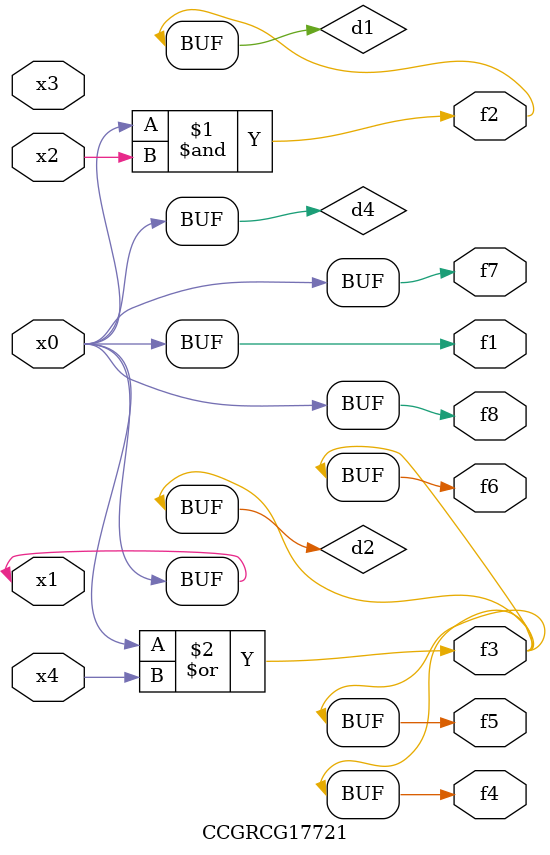
<source format=v>
module CCGRCG17721(
	input x0, x1, x2, x3, x4,
	output f1, f2, f3, f4, f5, f6, f7, f8
);

	wire d1, d2, d3, d4;

	and (d1, x0, x2);
	or (d2, x0, x4);
	nand (d3, x0, x2);
	buf (d4, x0, x1);
	assign f1 = d4;
	assign f2 = d1;
	assign f3 = d2;
	assign f4 = d2;
	assign f5 = d2;
	assign f6 = d2;
	assign f7 = d4;
	assign f8 = d4;
endmodule

</source>
